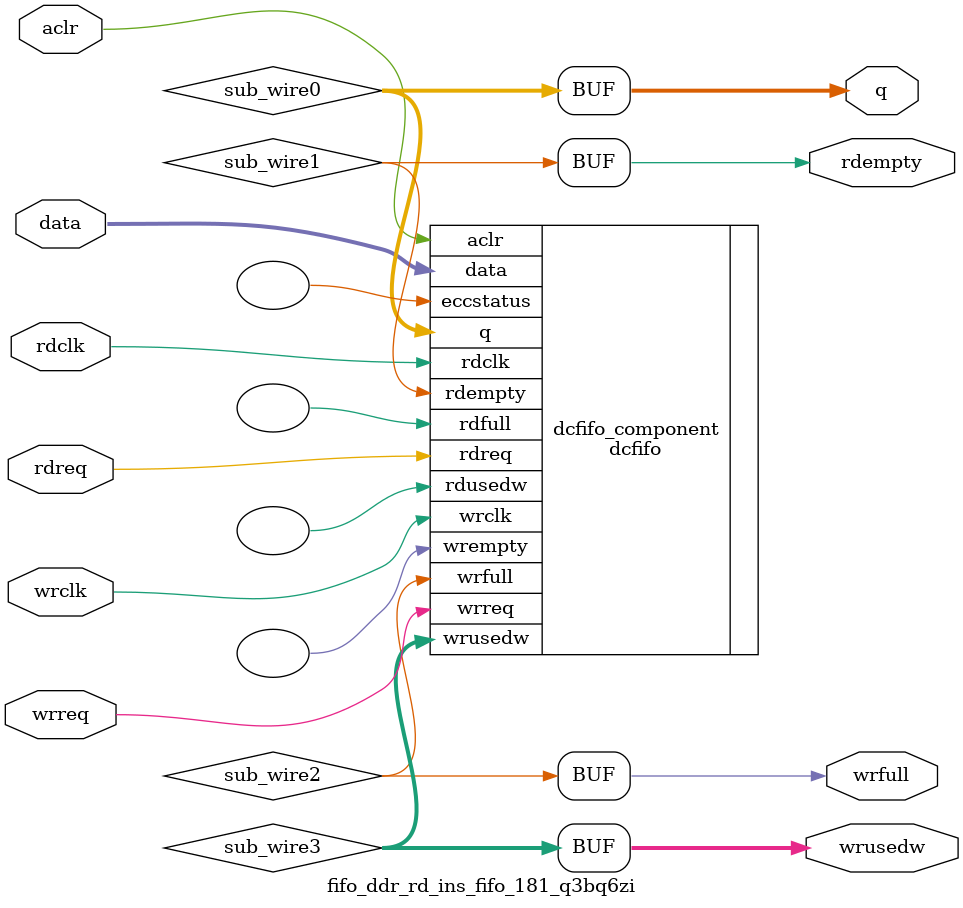
<source format=v>



`timescale 1 ps / 1 ps
// synopsys translate_on
module  fifo_ddr_rd_ins_fifo_181_q3bq6zi  (
    aclr,
    data,
    rdclk,
    rdreq,
    wrclk,
    wrreq,
    q,
    rdempty,
    wrfull,
    wrusedw);

    input    aclr;
    input  [33:0]  data;
    input    rdclk;
    input    rdreq;
    input    wrclk;
    input    wrreq;
    output [33:0]  q;
    output   rdempty;
    output   wrfull;
    output [7:0]  wrusedw;
`ifndef ALTERA_RESERVED_QIS
// synopsys translate_off
`endif
    tri0     aclr;
`ifndef ALTERA_RESERVED_QIS
// synopsys translate_on
`endif

    wire [33:0] sub_wire0;
    wire  sub_wire1;
    wire  sub_wire2;
    wire [7:0] sub_wire3;
    wire [33:0] q = sub_wire0[33:0];
    wire  rdempty = sub_wire1;
    wire  wrfull = sub_wire2;
    wire [7:0] wrusedw = sub_wire3[7:0];

    dcfifo  dcfifo_component (
                .aclr (aclr),
                .data (data),
                .rdclk (rdclk),
                .rdreq (rdreq),
                .wrclk (wrclk),
                .wrreq (wrreq),
                .q (sub_wire0),
                .rdempty (sub_wire1),
                .wrfull (sub_wire2),
                .wrusedw (sub_wire3),
                .eccstatus (),
                .rdfull (),
                .rdusedw (),
                .wrempty ());
    defparam
        dcfifo_component.enable_ecc  = "FALSE",
        dcfifo_component.intended_device_family  = "Arria 10",
        dcfifo_component.lpm_hint  = "DISABLE_DCFIFO_EMBEDDED_TIMING_CONSTRAINT=TRUE",
        dcfifo_component.lpm_numwords  = 256,
        dcfifo_component.lpm_showahead  = "ON",
        dcfifo_component.lpm_type  = "dcfifo",
        dcfifo_component.lpm_width  = 34,
        dcfifo_component.lpm_widthu  = 8,
        dcfifo_component.overflow_checking  = "ON",
        dcfifo_component.rdsync_delaypipe  = 4,
        dcfifo_component.read_aclr_synch  = "OFF",
        dcfifo_component.underflow_checking  = "ON",
        dcfifo_component.use_eab  = "ON",
        dcfifo_component.write_aclr_synch  = "OFF",
        dcfifo_component.wrsync_delaypipe  = 4;


endmodule



</source>
